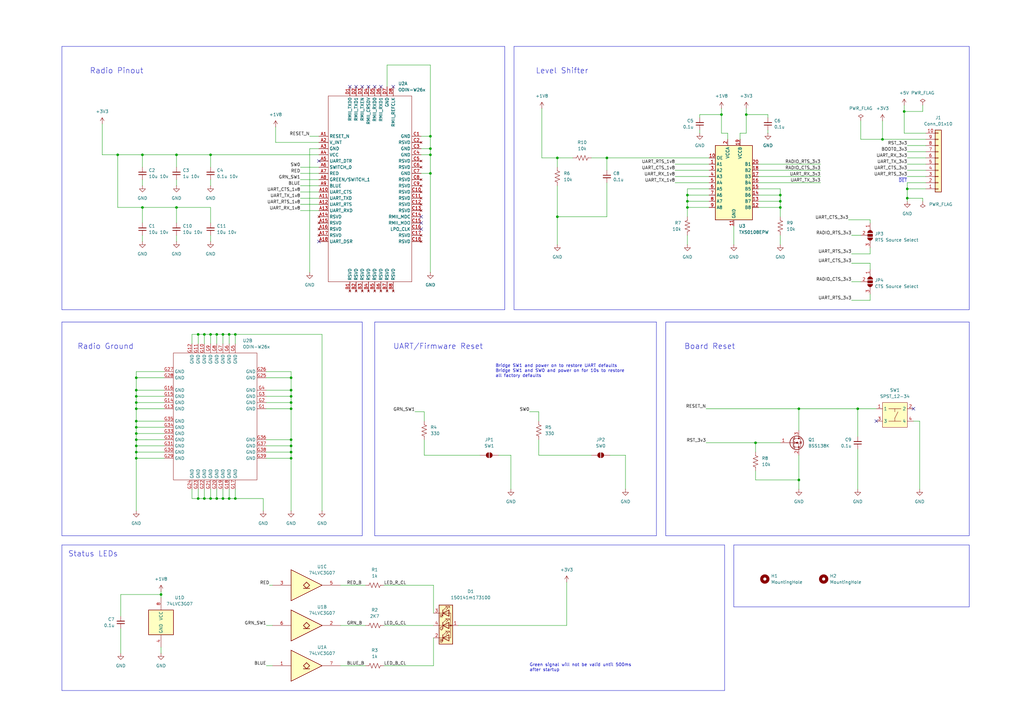
<source format=kicad_sch>
(kicad_sch (version 20231120) (generator "eeschema") (generator_version "8.0")
  (paper "A3")
  (title_block (title "Radio Breakout") (company "The A-Team"))
  (junction (at 55.88 162.56))
  (junction (at 320.04 82.55))
  (junction (at 81.28 137.16))
  (junction (at 72.39 63.5))
  (junction (at 72.39 85.09))
  (junction (at 228.6 88.9))
  (junction (at 309.88 181.61))
  (junction (at 55.88 185.42))
  (junction (at 370.84 45.72))
  (junction (at 281.94 85.09))
  (junction (at 55.88 154.94))
  (junction (at 176.53 63.5))
  (junction (at 86.36 63.5))
  (junction (at 228.6 64.77))
  (junction (at 91.44 137.16))
  (junction (at 83.82 137.16))
  (junction (at 119.38 185.42))
  (junction (at 281.94 80.01))
  (junction (at 248.92 64.77))
  (junction (at 55.88 172.72))
  (junction (at 66.04 243.84))
  (junction (at 55.88 182.88))
  (junction (at 55.88 167.64))
  (junction (at 306.07 46.99))
  (junction (at 55.88 177.8))
  (junction (at 176.53 71.12))
  (junction (at 86.36 137.16))
  (junction (at 58.42 85.09))
  (junction (at 351.79 167.64))
  (junction (at 88.9 204.47))
  (junction (at 320.04 80.01))
  (junction (at 86.36 204.47))
  (junction (at 55.88 160.02))
  (junction (at 119.38 165.1))
  (junction (at 372.11 77.47))
  (junction (at 93.98 137.16))
  (junction (at 320.04 85.09))
  (junction (at 119.38 180.34))
  (junction (at 119.38 154.94))
  (junction (at 119.38 182.88))
  (junction (at 327.66 167.64))
  (junction (at 55.88 175.26))
  (junction (at 88.9 137.16))
  (junction (at 48.26 63.5))
  (junction (at 119.38 162.56))
  (junction (at 372.11 81.28))
  (junction (at 81.28 204.47))
  (junction (at 295.91 46.99))
  (junction (at 327.66 196.85))
  (junction (at 96.52 137.16))
  (junction (at 281.94 82.55))
  (junction (at 176.53 55.88))
  (junction (at 119.38 160.02))
  (junction (at 93.98 204.47))
  (junction (at 176.53 60.96))
  (junction (at 55.88 187.96))
  (junction (at 55.88 165.1))
  (junction (at 361.95 57.15))
  (junction (at 119.38 167.64))
  (junction (at 55.88 180.34))
  (junction (at 96.52 204.47))
  (junction (at 58.42 63.5))
  (junction (at 119.38 187.96))
  (junction (at 83.82 204.47))
  (junction (at 91.44 204.47))
  (no_connect (at 161.29 35.56))
  (no_connect (at 156.21 35.56))
  (no_connect (at 153.67 35.56))
  (no_connect (at 151.13 35.56))
  (no_connect (at 148.59 35.56))
  (no_connect (at 146.05 35.56))
  (no_connect (at 143.51 35.56))
  (no_connect (at 374.65 167.64))
  (no_connect (at 359.41 172.72))
  (no_connect (at 130.81 66.04))
  (no_connect (at 172.72 91.44))
  (no_connect (at 172.72 88.9))
  (no_connect (at 130.81 99.06))
  (no_connect (at 172.72 93.98))
  (wire (pts (xy 58.42 96.52) (xy 58.42 99.06)))
  (wire (pts (xy 209.55 186.69) (xy 209.55 200.66)))
  (polyline (pts (xy 25.4 132.08) (xy 148.59 132.08)))
  (polyline (pts (xy 153.67 132.08) (xy 269.24 132.08)))
  (wire (pts (xy 109.22 154.94) (xy 119.38 154.94)))
  (wire (pts (xy 220.98 168.91) (xy 220.98 172.72)))
  (wire (pts (xy 119.38 152.4) (xy 119.38 154.94)))
  (wire (pts (xy 281.94 82.55) (xy 281.94 85.09)))
  (wire (pts (xy 55.88 162.56) (xy 67.31 162.56)))
  (wire (pts (xy 349.25 107.95) (xy 356.87 107.95)))
  (wire (pts (xy 372.11 72.39) (xy 379.73 72.39)))
  (polyline (pts (xy 397.51 223.52) (xy 300.99 223.52)))
  (wire (pts (xy 157.48 240.03) (xy 177.8 240.03)))
  (wire (pts (xy 220.98 180.34) (xy 220.98 186.69)))
  (wire (pts (xy 372.11 62.23) (xy 379.73 62.23)))
  (wire (pts (xy 281.94 96.52) (xy 281.94 100.33)))
  (wire (pts (xy 327.66 167.64) (xy 351.79 167.64)))
  (wire (pts (xy 320.04 82.55) (xy 320.04 85.09)))
  (polyline (pts (xy 269.24 219.71) (xy 153.67 219.71)))
  (polyline (pts (xy 25.4 223.52) (xy 25.4 283.21)))
  (wire (pts (xy 295.91 44.45) (xy 295.91 46.99)))
  (wire (pts (xy 55.88 165.1) (xy 67.31 165.1)))
  (wire (pts (xy 55.88 152.4) (xy 55.88 154.94)))
  (wire (pts (xy 119.38 165.1) (xy 119.38 167.64)))
  (wire (pts (xy 66.04 242.57) (xy 66.04 243.84)))
  (wire (pts (xy 109.22 162.56) (xy 119.38 162.56)))
  (wire (pts (xy 91.44 200.66) (xy 91.44 204.47)))
  (wire (pts (xy 55.88 185.42) (xy 55.88 187.96)))
  (wire (pts (xy 158.75 26.67) (xy 158.75 35.56)))
  (wire (pts (xy 311.15 77.47) (xy 320.04 77.47)))
  (wire (pts (xy 276.86 67.31) (xy 290.83 67.31)))
  (wire (pts (xy 123.19 76.2) (xy 130.81 76.2)))
  (wire (pts (xy 123.19 73.66) (xy 130.81 73.66)))
  (wire (pts (xy 242.57 64.77) (xy 248.92 64.77)))
  (wire (pts (xy 378.46 45.72) (xy 370.84 45.72)))
  (wire (pts (xy 86.36 137.16) (xy 88.9 137.16)))
  (wire (pts (xy 228.6 76.2) (xy 228.6 88.9)))
  (wire (pts (xy 248.92 74.93) (xy 248.92 88.9)))
  (wire (pts (xy 93.98 204.47) (xy 96.52 204.47)))
  (wire (pts (xy 127 60.96) (xy 130.81 60.96)))
  (wire (pts (xy 157.48 256.54) (xy 177.8 256.54)))
  (wire (pts (xy 220.98 186.69) (xy 242.57 186.69)))
  (wire (pts (xy 139.7 240.03) (xy 149.86 240.03)))
  (wire (pts (xy 81.28 200.66) (xy 81.28 204.47)))
  (polyline (pts (xy 25.4 283.21) (xy 297.18 283.21)))
  (wire (pts (xy 119.38 167.64) (xy 119.38 180.34)))
  (wire (pts (xy 88.9 200.66) (xy 88.9 204.47)))
  (wire (pts (xy 55.88 154.94) (xy 67.31 154.94)))
  (wire (pts (xy 55.88 187.96) (xy 55.88 209.55)))
  (wire (pts (xy 96.52 204.47) (xy 107.95 204.47)))
  (wire (pts (xy 311.15 69.85) (xy 336.55 69.85)))
  (wire (pts (xy 49.53 243.84) (xy 66.04 243.84)))
  (wire (pts (xy 123.19 86.36) (xy 130.81 86.36)))
  (wire (pts (xy 276.86 74.93) (xy 290.83 74.93)))
  (wire (pts (xy 314.96 48.26) (xy 314.96 46.99)))
  (wire (pts (xy 55.88 187.96) (xy 67.31 187.96)))
  (wire (pts (xy 298.45 57.15) (xy 298.45 54.61)))
  (wire (pts (xy 353.06 49.53) (xy 353.06 57.15)))
  (wire (pts (xy 93.98 200.66) (xy 93.98 204.47)))
  (wire (pts (xy 372.11 81.28) (xy 372.11 82.55)))
  (wire (pts (xy 176.53 63.5) (xy 176.53 71.12)))
  (wire (pts (xy 58.42 68.58) (xy 58.42 63.5)))
  (wire (pts (xy 172.72 55.88) (xy 176.53 55.88)))
  (wire (pts (xy 309.88 181.61) (xy 309.88 185.42)))
  (polyline (pts (xy 207.01 127) (xy 25.4 127)))
  (wire (pts (xy 55.88 167.64) (xy 55.88 172.72)))
  (wire (pts (xy 290.83 77.47) (xy 281.94 77.47)))
  (wire (pts (xy 139.7 273.05) (xy 149.86 273.05)))
  (wire (pts (xy 347.98 90.17) (xy 356.87 90.17)))
  (polyline (pts (xy 297.18 223.52) (xy 25.4 223.52)))
  (wire (pts (xy 172.72 60.96) (xy 176.53 60.96)))
  (wire (pts (xy 170.18 168.91) (xy 173.99 168.91)))
  (wire (pts (xy 86.36 204.47) (xy 88.9 204.47)))
  (wire (pts (xy 372.11 59.69) (xy 379.73 59.69)))
  (wire (pts (xy 48.26 85.09) (xy 48.26 63.5)))
  (wire (pts (xy 58.42 85.09) (xy 48.26 85.09)))
  (wire (pts (xy 377.19 172.72) (xy 377.19 200.66)))
  (wire (pts (xy 110.49 240.03) (xy 111.76 240.03)))
  (wire (pts (xy 123.19 81.28) (xy 130.81 81.28)))
  (wire (pts (xy 314.96 53.34) (xy 314.96 54.61)))
  (wire (pts (xy 130.81 63.5) (xy 86.36 63.5)))
  (wire (pts (xy 228.6 64.77) (xy 234.95 64.77)))
  (wire (pts (xy 320.04 181.61) (xy 309.88 181.61)))
  (wire (pts (xy 119.38 185.42) (xy 119.38 187.96)))
  (polyline (pts (xy 269.24 132.08) (xy 269.24 219.71)))
  (wire (pts (xy 127 55.88) (xy 130.81 55.88)))
  (wire (pts (xy 281.94 80.01) (xy 281.94 82.55)))
  (wire (pts (xy 91.44 204.47) (xy 93.98 204.47)))
  (wire (pts (xy 109.22 273.05) (xy 111.76 273.05)))
  (wire (pts (xy 127 60.96) (xy 127 111.76)))
  (wire (pts (xy 132.08 137.16) (xy 132.08 209.55)))
  (wire (pts (xy 88.9 137.16) (xy 88.9 140.97)))
  (polyline (pts (xy 207.01 19.05) (xy 207.01 127)))
  (wire (pts (xy 281.94 85.09) (xy 281.94 88.9)))
  (wire (pts (xy 250.19 186.69) (xy 256.54 186.69)))
  (wire (pts (xy 372.11 74.93) (xy 372.11 77.47)))
  (wire (pts (xy 55.88 172.72) (xy 55.88 175.26)))
  (wire (pts (xy 232.41 238.76) (xy 232.41 256.54)))
  (wire (pts (xy 327.66 186.69) (xy 327.66 196.85)))
  (wire (pts (xy 55.88 167.64) (xy 67.31 167.64)))
  (wire (pts (xy 86.36 63.5) (xy 72.39 63.5)))
  (wire (pts (xy 93.98 137.16) (xy 96.52 137.16)))
  (wire (pts (xy 228.6 64.77) (xy 222.25 64.77)))
  (wire (pts (xy 372.11 69.85) (xy 379.73 69.85)))
  (polyline (pts (xy 25.4 219.71) (xy 25.4 132.08)))
  (polyline (pts (xy 297.18 223.52) (xy 297.18 283.21)))
  (wire (pts (xy 248.92 64.77) (xy 290.83 64.77)))
  (wire (pts (xy 96.52 137.16) (xy 132.08 137.16)))
  (polyline (pts (xy 210.82 19.05) (xy 210.82 127)))
  (wire (pts (xy 48.26 63.5) (xy 58.42 63.5)))
  (wire (pts (xy 176.53 26.67) (xy 158.75 26.67)))
  (wire (pts (xy 58.42 73.66) (xy 58.42 76.2)))
  (wire (pts (xy 55.88 180.34) (xy 67.31 180.34)))
  (wire (pts (xy 295.91 46.99) (xy 295.91 54.61)))
  (wire (pts (xy 78.74 140.97) (xy 78.74 137.16)))
  (wire (pts (xy 119.38 162.56) (xy 119.38 165.1)))
  (wire (pts (xy 81.28 137.16) (xy 81.28 140.97)))
  (wire (pts (xy 295.91 46.99) (xy 287.02 46.99)))
  (wire (pts (xy 83.82 137.16) (xy 83.82 140.97)))
  (wire (pts (xy 379.73 54.61) (xy 370.84 54.61)))
  (wire (pts (xy 91.44 137.16) (xy 91.44 140.97)))
  (wire (pts (xy 41.91 63.5) (xy 48.26 63.5)))
  (polyline (pts (xy 210.82 127) (xy 397.51 127)))
  (wire (pts (xy 176.53 71.12) (xy 176.53 111.76)))
  (wire (pts (xy 86.36 73.66) (xy 86.36 76.2)))
  (wire (pts (xy 228.6 88.9) (xy 228.6 100.33)))
  (wire (pts (xy 66.04 243.84) (xy 66.04 245.11)))
  (wire (pts (xy 287.02 53.34) (xy 287.02 54.61)))
  (wire (pts (xy 289.56 167.64) (xy 327.66 167.64)))
  (polyline (pts (xy 273.05 219.71) (xy 397.51 219.71)))
  (wire (pts (xy 72.39 68.58) (xy 72.39 63.5)))
  (wire (pts (xy 356.87 123.19) (xy 356.87 120.65)))
  (wire (pts (xy 86.36 137.16) (xy 86.36 140.97)))
  (wire (pts (xy 96.52 137.16) (xy 96.52 140.97)))
  (wire (pts (xy 81.28 204.47) (xy 83.82 204.47)))
  (wire (pts (xy 86.36 200.66) (xy 86.36 204.47)))
  (wire (pts (xy 173.99 186.69) (xy 173.99 180.34)))
  (polyline (pts (xy 148.59 219.71) (xy 25.4 219.71)))
  (wire (pts (xy 356.87 104.14) (xy 356.87 101.6)))
  (wire (pts (xy 370.84 54.61) (xy 370.84 45.72)))
  (wire (pts (xy 287.02 48.26) (xy 287.02 46.99)))
  (polyline (pts (xy 25.4 19.05) (xy 207.01 19.05)))
  (wire (pts (xy 378.46 81.28) (xy 372.11 81.28)))
  (wire (pts (xy 187.96 256.54) (xy 232.41 256.54)))
  (wire (pts (xy 86.36 96.52) (xy 86.36 99.06)))
  (wire (pts (xy 311.15 72.39) (xy 336.55 72.39)))
  (wire (pts (xy 173.99 168.91) (xy 173.99 172.72)))
  (wire (pts (xy 55.88 162.56) (xy 55.88 165.1)))
  (wire (pts (xy 109.22 180.34) (xy 119.38 180.34)))
  (wire (pts (xy 72.39 96.52) (xy 72.39 99.06)))
  (wire (pts (xy 351.79 167.64) (xy 351.79 179.07)))
  (wire (pts (xy 379.73 74.93) (xy 372.11 74.93)))
  (wire (pts (xy 55.88 180.34) (xy 55.88 182.88)))
  (polyline (pts (xy 25.4 127) (xy 25.4 19.05)))
  (wire (pts (xy 379.73 77.47) (xy 372.11 77.47)))
  (wire (pts (xy 372.11 77.47) (xy 372.11 81.28)))
  (wire (pts (xy 311.15 82.55) (xy 320.04 82.55)))
  (polyline (pts (xy 397.51 219.71) (xy 397.51 132.08)))
  (wire (pts (xy 72.39 63.5) (xy 58.42 63.5)))
  (wire (pts (xy 248.92 64.77) (xy 248.92 69.85)))
  (wire (pts (xy 176.53 55.88) (xy 176.53 26.67)))
  (polyline (pts (xy 148.59 132.08) (xy 148.59 219.71)))
  (wire (pts (xy 222.25 44.45) (xy 222.25 64.77)))
  (wire (pts (xy 91.44 137.16) (xy 93.98 137.16)))
  (wire (pts (xy 78.74 137.16) (xy 81.28 137.16)))
  (wire (pts (xy 349.25 104.14) (xy 356.87 104.14)))
  (wire (pts (xy 49.53 257.81) (xy 49.53 267.97)))
  (wire (pts (xy 72.39 85.09) (xy 86.36 85.09)))
  (wire (pts (xy 370.84 45.72) (xy 370.84 43.18)))
  (wire (pts (xy 58.42 85.09) (xy 72.39 85.09)))
  (wire (pts (xy 374.65 172.72) (xy 377.19 172.72)))
  (wire (pts (xy 177.8 240.03) (xy 177.8 251.46)))
  (wire (pts (xy 109.22 160.02) (xy 119.38 160.02)))
  (wire (pts (xy 378.46 82.55) (xy 378.46 81.28)))
  (wire (pts (xy 372.11 67.31) (xy 379.73 67.31)))
  (wire (pts (xy 55.88 185.42) (xy 67.31 185.42)))
  (wire (pts (xy 298.45 54.61) (xy 295.91 54.61)))
  (wire (pts (xy 130.81 58.42) (xy 113.03 58.42)))
  (wire (pts (xy 93.98 137.16) (xy 93.98 140.97)))
  (wire (pts (xy 276.86 69.85) (xy 290.83 69.85)))
  (wire (pts (xy 55.88 154.94) (xy 55.88 160.02)))
  (wire (pts (xy 306.07 46.99) (xy 306.07 54.61)))
  (wire (pts (xy 123.19 71.12) (xy 130.81 71.12)))
  (wire (pts (xy 177.8 273.05) (xy 177.8 261.62)))
  (wire (pts (xy 88.9 137.16) (xy 91.44 137.16)))
  (wire (pts (xy 217.17 168.91) (xy 220.98 168.91)))
  (wire (pts (xy 327.66 196.85) (xy 327.66 200.66)))
  (wire (pts (xy 290.83 80.01) (xy 281.94 80.01)))
  (wire (pts (xy 349.25 96.52) (xy 353.06 96.52)))
  (wire (pts (xy 309.88 196.85) (xy 327.66 196.85)))
  (wire (pts (xy 311.15 85.09) (xy 320.04 85.09)))
  (wire (pts (xy 55.88 182.88) (xy 55.88 185.42)))
  (wire (pts (xy 109.22 182.88) (xy 119.38 182.88)))
  (polyline (pts (xy 397.51 127) (xy 397.51 19.05)))
  (wire (pts (xy 109.22 185.42) (xy 119.38 185.42)))
  (wire (pts (xy 361.95 49.53) (xy 361.95 57.15)))
  (wire (pts (xy 320.04 77.47) (xy 320.04 80.01)))
  (wire (pts (xy 303.53 54.61) (xy 306.07 54.61)))
  (wire (pts (xy 378.46 43.18) (xy 378.46 45.72)))
  (wire (pts (xy 311.15 80.01) (xy 320.04 80.01)))
  (polyline (pts (xy 397.51 248.92) (xy 397.51 223.52)))
  (wire (pts (xy 109.22 167.64) (xy 119.38 167.64)))
  (wire (pts (xy 320.04 96.52) (xy 320.04 100.33)))
  (wire (pts (xy 49.53 243.84) (xy 49.53 252.73)))
  (wire (pts (xy 309.88 193.04) (xy 309.88 196.85)))
  (wire (pts (xy 109.22 256.54) (xy 111.76 256.54)))
  (wire (pts (xy 55.88 175.26) (xy 55.88 177.8)))
  (polyline (pts (xy 300.99 248.92) (xy 397.51 248.92)))
  (wire (pts (xy 119.38 182.88) (xy 119.38 185.42)))
  (wire (pts (xy 311.15 74.93) (xy 336.55 74.93)))
  (wire (pts (xy 96.52 200.66) (xy 96.52 204.47)))
  (wire (pts (xy 353.06 57.15) (xy 361.95 57.15)))
  (wire (pts (xy 139.7 256.54) (xy 149.86 256.54)))
  (wire (pts (xy 55.88 177.8) (xy 55.88 180.34)))
  (polyline (pts (xy 273.05 132.08) (xy 273.05 219.71)))
  (wire (pts (xy 172.72 71.12) (xy 176.53 71.12)))
  (wire (pts (xy 361.95 57.15) (xy 379.73 57.15)))
  (wire (pts (xy 349.25 115.57) (xy 353.06 115.57)))
  (wire (pts (xy 306.07 44.45) (xy 306.07 46.99)))
  (wire (pts (xy 55.88 160.02) (xy 67.31 160.02)))
  (wire (pts (xy 86.36 91.44) (xy 86.36 85.09)))
  (wire (pts (xy 372.11 64.77) (xy 379.73 64.77)))
  (wire (pts (xy 204.47 186.69) (xy 209.55 186.69)))
  (polyline (pts (xy 273.05 132.08) (xy 397.51 132.08)))
  (wire (pts (xy 119.38 160.02) (xy 119.38 162.56)))
  (wire (pts (xy 55.88 177.8) (xy 67.31 177.8)))
  (wire (pts (xy 228.6 64.77) (xy 228.6 68.58)))
  (wire (pts (xy 123.19 68.58) (xy 130.81 68.58)))
  (wire (pts (xy 276.86 72.39) (xy 290.83 72.39)))
  (wire (pts (xy 72.39 91.44) (xy 72.39 85.09)))
  (wire (pts (xy 113.03 58.42) (xy 113.03 52.07)))
  (wire (pts (xy 55.88 152.4) (xy 67.31 152.4)))
  (wire (pts (xy 290.83 82.55) (xy 281.94 82.55)))
  (wire (pts (xy 157.48 273.05) (xy 177.8 273.05)))
  (wire (pts (xy 41.91 50.8) (xy 41.91 63.5)))
  (wire (pts (xy 256.54 186.69) (xy 256.54 200.66)))
  (wire (pts (xy 356.87 107.95) (xy 356.87 110.49)))
  (wire (pts (xy 55.88 182.88) (xy 67.31 182.88)))
  (wire (pts (xy 55.88 165.1) (xy 55.88 167.64)))
  (wire (pts (xy 119.38 154.94) (xy 119.38 160.02)))
  (wire (pts (xy 351.79 167.64) (xy 359.41 167.64)))
  (wire (pts (xy 83.82 137.16) (xy 86.36 137.16)))
  (wire (pts (xy 107.95 204.47) (xy 107.95 209.55)))
  (wire (pts (xy 327.66 176.53) (xy 327.66 167.64)))
  (wire (pts (xy 248.92 88.9) (xy 228.6 88.9)))
  (wire (pts (xy 172.72 63.5) (xy 176.53 63.5)))
  (wire (pts (xy 55.88 175.26) (xy 67.31 175.26)))
  (wire (pts (xy 123.19 83.82) (xy 130.81 83.82)))
  (wire (pts (xy 81.28 137.16) (xy 83.82 137.16)))
  (wire (pts (xy 83.82 204.47) (xy 86.36 204.47)))
  (wire (pts (xy 351.79 184.15) (xy 351.79 200.66)))
  (wire (pts (xy 309.88 181.61) (xy 289.56 181.61)))
  (wire (pts (xy 320.04 85.09) (xy 320.04 88.9)))
  (wire (pts (xy 86.36 68.58) (xy 86.36 63.5)))
  (wire (pts (xy 356.87 90.17) (xy 356.87 91.44)))
  (wire (pts (xy 290.83 85.09) (xy 281.94 85.09)))
  (wire (pts (xy 119.38 187.96) (xy 119.38 209.55)))
  (wire (pts (xy 281.94 77.47) (xy 281.94 80.01)))
  (wire (pts (xy 311.15 67.31) (xy 336.55 67.31)))
  (wire (pts (xy 58.42 91.44) (xy 58.42 85.09)))
  (wire (pts (xy 119.38 180.34) (xy 119.38 182.88)))
  (wire (pts (xy 109.22 165.1) (xy 119.38 165.1)))
  (wire (pts (xy 66.04 265.43) (xy 66.04 267.97)))
  (wire (pts (xy 306.07 46.99) (xy 314.96 46.99)))
  (wire (pts (xy 176.53 60.96) (xy 176.53 63.5)))
  (wire (pts (xy 123.19 78.74) (xy 130.81 78.74)))
  (wire (pts (xy 78.74 200.66) (xy 78.74 204.47)))
  (wire (pts (xy 55.88 172.72) (xy 67.31 172.72)))
  (polyline (pts (xy 153.67 132.08) (xy 153.67 219.71)))
  (wire (pts (xy 176.53 55.88) (xy 176.53 60.96)))
  (wire (pts (xy 303.53 54.61) (xy 303.53 57.15)))
  (wire (pts (xy 109.22 152.4) (xy 119.38 152.4)))
  (wire (pts (xy 173.99 186.69) (xy 196.85 186.69)))
  (wire (pts (xy 349.25 123.19) (xy 356.87 123.19)))
  (wire (pts (xy 72.39 73.66) (xy 72.39 76.2)))
  (wire (pts (xy 88.9 204.47) (xy 91.44 204.47)))
  (polyline (pts (xy 210.82 19.05) (xy 397.51 19.05)))
  (wire (pts (xy 55.88 160.02) (xy 55.88 162.56)))
  (wire (pts (xy 83.82 200.66) (xy 83.82 204.47)))
  (wire (pts (xy 320.04 80.01) (xy 320.04 82.55)))
  (wire (pts (xy 109.22 187.96) (xy 119.38 187.96)))
  (wire (pts (xy 78.74 204.47) (xy 81.28 204.47)))
  (wire (pts (xy 300.99 92.71) (xy 300.99 100.33)))
  (polyline (pts (xy 300.99 223.52) (xy 300.99 248.92)))
  (text "Radio Ground\n" (at 31.75 143.51 0) (effects (font (size 2.25 2.25)) (justify left bottom)))
  (text "~{DET}" (at 372.11 74.93 0) (effects (font (size 1.27 1.27)) (justify right bottom)))
  (text "Radio Pinout\n" (at 36.83 30.48 0) (effects (font (size 2.25 2.25)) (justify left bottom)))
  (text "Green signal will not be valid until 500ms\nafter startup" (at 217.17 275.59 0) (effects (font (size 1.27 1.27)) (justify left bottom)))
  (text "Level Shifter" (at 219.71 30.48 0) (effects (font (size 2.25 2.25)) (justify left bottom)))
  (text "Board Reset" (at 280.67 143.51 0) (effects (font (size 2.25 2.25)) (justify left bottom)))
  (text "Status LEDs" (at 27.94 228.6 0) (effects (font (size 2.25 2.25)) (justify left bottom)))
  (text "UART/Firmware Reset" (at 161.29 143.51 0) (effects (font (size 2.25 2.25)) (justify left bottom)))
  (text "Bridge SW1 and power on to restore UART defaults\nBridge SW1 and SW0 and power on for 10s to restore \nall factory defaults" (at 203.2 154.94 0) (effects (font (size 1.27 1.27)) (justify left bottom)))
  (label "GRN_SW1" (at 170.18 168.91 180))
  (label "LED_B_CL" (at 157.48 273.05 0))
  (label "SW0" (at 123.19 68.58 180))
  (label "BLUE_B" (at 142.24 273.05 0))
  (label "RST_3v3" (at 372.11 59.69 180))
  (label "UART_RX_3v3" (at 336.55 72.39 180))
  (label "UART_TX_1v8" (at 276.86 74.93 180))
  (label "RESET_N" (at 127 55.88 180))
  (label "RADIO_RTS_3v3" (at 349.25 96.52 180))
  (label "UART_RTS_3v3" (at 372.11 72.39 180))
  (label "RADIO_CTS_3v3" (at 336.55 69.85 180))
  (label "UART_CTS_1v8" (at 123.19 78.74 180))
  (label "UART_CTS_3v3" (at 347.98 90.17 180))
  (label "RED" (at 123.19 71.12 180))
  (label "RADIO_RTS_3v3" (at 336.55 67.31 180))
  (label "RADIO_CTS_3v3" (at 349.25 115.57 180))
  (label "UART_CTS_3v3" (at 372.11 69.85 180))
  (label "BOOT0_3v3" (at 372.11 62.23 180))
  (label "UART_RX_3v3" (at 372.11 64.77 180))
  (label "BLUE" (at 109.22 273.05 180))
  (label "UART_TX_3v3" (at 372.11 67.31 180))
  (label "RED" (at 110.49 240.03 180))
  (label "UART_RTS_1v8" (at 123.19 83.82 180))
  (label "RED_B" (at 142.24 240.03 0))
  (label "GRN_SW1" (at 123.19 73.66 180))
  (label "UART_TX_3v3" (at 336.55 74.93 180))
  (label "LED_R_CL" (at 157.48 240.03 0))
  (label "UART_RX_1v8" (at 276.86 72.39 180))
  (label "UART_RTS_3v3" (at 349.25 104.14 180))
  (label "UART_TX_1v8" (at 123.19 81.28 180))
  (label "GRN_SW1" (at 109.22 256.54 180))
  (label "RST_3v3" (at 289.56 181.61 180))
  (label "UART_CTS_1v8" (at 276.86 69.85 180))
  (label "UART_RTS_1v8" (at 276.86 67.31 180))
  (label "UART_RTS_3v3" (at 349.25 123.19 180))
  (label "LED_G_CL" (at 157.48 256.54 0))
  (label "BLUE" (at 123.19 76.2 180))
  (label "RESET_N" (at 289.56 167.64 180))
  (label "SW0" (at 217.17 168.91 180))
  (label "UART_CTS_3v3" (at 349.25 107.95 180))
  (label "UART_RX_1v8" (at 123.19 86.36 180))
  (label "GRN_B" (at 142.24 256.54 0))
  (symbol (lib_id "Device:C_Small") (at 248.92 72.39 0) (mirror y) (unit 1)
    (property "Reference" "C8" (at 251.46 71.1262 0) (effects (justify right)))
    (property "Value" "0.1u" (at 251.46 73.6662 0) (effects (justify right)))
    (property "Footprint" "Capacitor_SMD:C_0603_1608Metric" (effects (hide yes)))
    (property "Description" "Unpolarized capacitor, small symbol" (effects (hide yes)))
  )
  (symbol (lib_id "Jumper:SolderJumper_2_Open") (at 200.66 186.69 0) (unit 1)
    (property "Reference" "JP1" (at 200.66 180.34 0))
    (property "Value" "SW1" (at 200.66 182.88 0))
    (property "Footprint" "AT-BoardFeatures:SolderJumper-2_2.0x1.2mm_Open" (effects (hide yes)))
    (property "Description" "Solder Jumper, 2-pole, open" (effects (hide yes)))
  )
  (symbol (lib_id "power:GND") (at 281.94 100.33 0) (mirror y) (unit 1)
    (property "Reference" "#PWR0131" (effects (hide yes)))
    (property "Value" "GND" (at 281.94 105.41 0))
    (property "Description" "Power symbol creates a global label with name \"GND\" , ground" (effects (hide yes)))
  )
  (symbol (lib_id "Device:Q_NMOS_GSD") (at 325.12 181.61 0) (unit 1)
    (property "Reference" "Q1" (at 331.47 180.3399 0) (effects (justify left)))
    (property "Value" "BSS138K" (at 331.47 182.8799 0) (effects (justify left)))
    (property "Footprint" "Package_TO_SOT_SMD:SOT-23" (effects (hide yes)))
    (property "Description" "N-MOSFET transistor, gate/source/drain" (effects (hide yes)))
  )
  (symbol (lib_id "74xGxx:74LVC3G07") (at 127 240.03 0) (unit 3)
    (property "Reference" "U1" (at 132.08 232.41 0))
    (property "Value" "74LVC3G07" (at 132.08 234.95 0))
    (property "Footprint" "Package_SO:VSSOP-8_2.3x2mm_P0.5mm" (effects (hide yes)))
    (property "Datasheet" "http://www.ti.com/lit/sg/scyt129e/scyt129e.pdf" (effects (hide yes)))
    (property "Description" "Triple Buffer, Open Drain, Low-Voltage CMOS" (effects (hide yes)))
  )
  (symbol (lib_id "power:PWR_FLAG") (at 378.46 43.18 0) (unit 1)
    (property "Reference" "#FLG0101" (effects (hide yes)))
    (property "Value" "PWR_FLAG" (at 378.46 38.1 0))
    (property "Description" "Special symbol for telling ERC where power comes from" (effects (hide yes)))
  )
  (symbol (lib_id "Device:LED_ABRG") (at 182.88 256.54 0) (unit 1)
    (property "Reference" "D1" (at 193.04 242.57 0))
    (property "Value" "150141m173100" (at 193.04 245.11 0))
    (property "Footprint" "LED_SMD:LED_RGB_Wuerth-PLCC4_3.2x2.8mm_150141M173100" (effects (hide yes)))
    (property "Description" "RGB LED, anode/blue/red/green" (effects (hide yes)))
  )
  (symbol (lib_id "Device:C_Small") (at 314.96 50.8 180) (unit 1)
    (property "Reference" "C6" (at 317.5 49.5235 0) (effects (justify right)))
    (property "Value" "0.1u" (at 317.5 52.0635 0) (effects (justify right)))
    (property "Footprint" "Capacitor_SMD:C_0603_1608Metric" (effects (hide yes)))
    (property "Description" "Unpolarized capacitor, small symbol" (effects (hide yes)))
  )
  (symbol (lib_id "Device:R_US") (at 153.67 240.03 90) (unit 1)
    (property "Reference" "R1" (at 153.67 233.68 90))
    (property "Value" "1k" (at 153.67 236.22 90))
    (property "Footprint" "Resistor_SMD:R_0603_1608Metric" (effects (hide yes)))
    (property "Description" "Resistor, US symbol" (effects (hide yes)))
  )
  (symbol (lib_id "AT-Modules:ODIN-W26x") (at 152.4 77.47 0) (unit 1)
    (property "Reference" "U2" (at 163.3094 34.29 0) (effects (justify left)))
    (property "Value" "ODIN-W26x" (at 163.3094 36.83 0) (effects (justify left)))
    (property "Footprint" "AT-Modules:ODIN_W2" (effects (hide yes)))
  )
  (symbol (lib_id "Mechanical:MountingHole") (at 337.82 237.49 0) (unit 1)
    (property "Reference" "H2" (at 340.36 236.2199 0) (effects (justify left)))
    (property "Value" "MountingHole" (at 340.36 238.7599 0) (effects (justify left)))
    (property "Footprint" "MountingHole:MountingHole_3.2mm_M3" (effects (hide yes)))
    (property "Description" "Mounting Hole without connection" (effects (hide yes)))
  )
  (symbol (lib_id "power:+1V8") (at 66.04 242.57 0) (unit 1)
    (property "Reference" "#PWR0124" (effects (hide yes)))
    (property "Value" "+1V8" (at 66.04 237.49 0))
    (property "Description" "Power symbol creates a global label with name \"+1V8\"" (effects (hide yes)))
  )
  (symbol (lib_id "Device:R_US") (at 320.04 92.71 180) (unit 1)
    (property "Reference" "R9" (at 322.58 91.4399 0) (effects (justify right)))
    (property "Value" "10k" (at 322.58 93.9799 0) (effects (justify right)))
    (property "Footprint" "Resistor_SMD:R_0603_1608Metric" (effects (hide yes)))
    (property "Description" "Resistor, US symbol" (effects (hide yes)))
  )
  (symbol (lib_id "Device:R_US") (at 228.6 72.39 180) (unit 1)
    (property "Reference" "R6" (at 231.14 71.1199 0) (effects (justify right)))
    (property "Value" "10k" (at 231.14 73.6599 0) (effects (justify right)))
    (property "Footprint" "Resistor_SMD:R_0603_1608Metric" (effects (hide yes)))
    (property "Description" "Resistor, US symbol" (effects (hide yes)))
  )
  (symbol (lib_id "Device:C_Small") (at 351.79 181.61 0) (mirror x) (unit 1)
    (property "Reference" "C9" (at 349.25 180.3335 0) (effects (justify right)))
    (property "Value" "0.1u" (at 349.25 182.8735 0) (effects (justify right)))
    (property "Footprint" "Capacitor_SMD:C_0603_1608Metric" (effects (hide yes)))
    (property "Description" "Unpolarized capacitor, small symbol" (effects (hide yes)))
  )
  (symbol (lib_id "Device:C_Small") (at 287.02 50.8 0) (mirror x) (unit 1)
    (property "Reference" "C5" (at 284.48 49.5235 0) (effects (justify right)))
    (property "Value" "0.1u" (at 284.48 52.0635 0) (effects (justify right)))
    (property "Footprint" "Capacitor_SMD:C_0603_1608Metric" (effects (hide yes)))
    (property "Description" "Unpolarized capacitor, small symbol" (effects (hide yes)))
  )
  (symbol (lib_id "power:GND") (at 58.42 76.2 0) (unit 1)
    (property "Reference" "#PWR0108" (effects (hide yes)))
    (property "Value" "GND" (at 58.42 81.28 0))
    (property "Description" "Power symbol creates a global label with name \"GND\" , ground" (effects (hide yes)))
  )
  (symbol (lib_id "power:GND") (at 58.42 99.06 0) (unit 1)
    (property "Reference" "#PWR07" (effects (hide yes)))
    (property "Value" "GND" (at 58.42 104.14 0))
    (property "Description" "Power symbol creates a global label with name \"GND\" , ground" (effects (hide yes)))
  )
  (symbol (lib_id "Device:R_US") (at 153.67 273.05 90) (unit 1)
    (property "Reference" "R3" (at 153.67 266.7 90))
    (property "Value" "1k" (at 153.67 269.24 90))
    (property "Footprint" "Resistor_SMD:R_0603_1608Metric" (effects (hide yes)))
    (property "Description" "Resistor, US symbol" (effects (hide yes)))
  )
  (symbol (lib_id "power:GND") (at 314.96 54.61 0) (unit 1)
    (property "Reference" "#PWR0102" (effects (hide yes)))
    (property "Value" "GND" (at 314.96 59.69 0))
    (property "Description" "Power symbol creates a global label with name \"GND\" , ground" (effects (hide yes)))
  )
  (symbol (lib_id "power:+1V8") (at 222.25 44.45 0) (unit 1)
    (property "Reference" "#PWR0130" (effects (hide yes)))
    (property "Value" "+1V8" (at 222.25 39.37 0))
    (property "Description" "Power symbol creates a global label with name \"+1V8\"" (effects (hide yes)))
  )
  (symbol (lib_id "Device:C_Small") (at 58.42 93.98 180) (unit 1)
    (property "Reference" "C1" (at 60.96 92.7035 0) (effects (justify right)))
    (property "Value" "10u 10v" (at 60.96 95.2435 0) (effects (justify right)))
    (property "Footprint" "Capacitor_SMD:C_0603_1608Metric" (effects (hide yes)))
    (property "Description" "Unpolarized capacitor, small symbol" (effects (hide yes)))
  )
  (symbol (lib_id "74xGxx:74LVC3G07") (at 127 273.05 0) (unit 1)
    (property "Reference" "U1" (at 132.08 265.43 0))
    (property "Value" "74LVC3G07" (at 132.08 267.97 0))
    (property "Footprint" "Package_SO:VSSOP-8_2.3x2mm_P0.5mm" (effects (hide yes)))
    (property "Datasheet" "http://www.ti.com/lit/sg/scyt129e/scyt129e.pdf" (effects (hide yes)))
    (property "Description" "Triple Buffer, Open Drain, Low-Voltage CMOS" (effects (hide yes)))
  )
  (symbol (lib_id "power:GND") (at 287.02 54.61 0) (mirror y) (unit 1)
    (property "Reference" "#PWR0129" (effects (hide yes)))
    (property "Value" "GND" (at 287.02 59.69 0))
    (property "Description" "Power symbol creates a global label with name \"GND\" , ground" (effects (hide yes)))
  )
  (symbol (lib_id "Connector_Generic:Conn_01x10") (at 384.81 67.31 0) (mirror x) (unit 1)
    (property "Reference" "J1" (at 384.81 48.26 0))
    (property "Value" "Conn_01x10" (at 384.81 50.8 0))
    (property "Footprint" "Connector_JST:JST_SH_SM10B-SRSS-TB_1x10-1MP_P1.00mm_Horizontal" (effects (hide yes)))
    (property "Description" "Generic connector, single row, 01x10, script generated (kicad-library-utils/schlib/autogen/connector/)" (effects (hide yes)))
  )
  (symbol (lib_id "power:GND") (at 320.04 100.33 0) (unit 1)
    (property "Reference" "#PWR0101" (effects (hide yes)))
    (property "Value" "GND" (at 320.04 105.41 0))
    (property "Description" "Power symbol creates a global label with name \"GND\" , ground" (effects (hide yes)))
  )
  (symbol (lib_id "74xGxx:74LVC3G07") (at 127 256.54 0) (unit 2)
    (property "Reference" "U1" (at 132.08 248.92 0))
    (property "Value" "74LVC3G07" (at 132.08 251.46 0))
    (property "Footprint" "Package_SO:VSSOP-8_2.3x2mm_P0.5mm" (effects (hide yes)))
    (property "Datasheet" "http://www.ti.com/lit/sg/scyt129e/scyt129e.pdf" (effects (hide yes)))
    (property "Description" "Triple Buffer, Open Drain, Low-Voltage CMOS" (effects (hide yes)))
  )
  (symbol (lib_id "AT-Modules:ODIN-W26x") (at 87.63 171.45 180) (unit 2)
    (property "Reference" "U2" (at 99.5365 139.7 0) (effects (justify right)))
    (property "Value" "ODIN-W26x" (at 99.5365 142.24 0) (effects (justify right)))
    (property "Footprint" "AT-Modules:ODIN_W2" (effects (hide yes)))
  )
  (symbol (lib_id "Device:R_US") (at 238.76 64.77 270) (unit 1)
    (property "Reference" "R10" (at 238.76 58.42 90))
    (property "Value" "10k" (at 238.76 60.96 90))
    (property "Footprint" "Resistor_SMD:R_0603_1608Metric" (effects (hide yes)))
    (property "Description" "Resistor, US symbol" (effects (hide yes)))
  )
  (symbol (lib_id "Jumper:SolderJumper_3_Open") (at 356.87 96.52 270) (unit 1)
    (property "Reference" "JP3" (at 358.775 95.885 90) (effects (justify left)))
    (property "Value" "RTS Source Select" (at 358.775 98.425 90) (effects (justify left)))
    (property "Footprint" "Jumper:SolderJumper-3_P1.3mm_Open_RoundedPad1.0x1.5mm" (effects (hide yes)))
    (property "Description" "Solder Jumper, 3-pole, open" (effects (hide yes)))
  )
  (symbol (lib_id "power:PWR_FLAG") (at 353.06 49.53 0) (unit 1)
    (property "Reference" "#FLG01" (effects (hide yes)))
    (property "Value" "PWR_FLAG" (at 353.06 44.45 0))
    (property "Description" "Special symbol for telling ERC where power comes from" (effects (hide yes)))
  )
  (symbol (lib_id "power:GND") (at 86.36 99.06 0) (unit 1)
    (property "Reference" "#PWR09" (effects (hide yes)))
    (property "Value" "GND" (at 86.36 104.14 0))
    (property "Description" "Power symbol creates a global label with name \"GND\" , ground" (effects (hide yes)))
  )
  (symbol (lib_id "power:+3.3V") (at 41.91 50.8 0) (unit 1)
    (property "Reference" "#PWR0111" (effects (hide yes)))
    (property "Value" "+3V3" (at 41.91 45.72 0))
    (property "Description" "Power symbol creates a global label with name \"+3.3V\"" (effects (hide yes)))
  )
  (symbol (lib_id "Device:R_US") (at 220.98 176.53 0) (unit 1)
    (property "Reference" "R5" (at 223.52 175.2599 0) (effects (justify left)))
    (property "Value" "330" (at 223.52 177.7999 0) (effects (justify left)))
    (property "Footprint" "Resistor_SMD:R_0603_1608Metric" (effects (hide yes)))
    (property "Description" "Resistor, US symbol" (effects (hide yes)))
  )
  (symbol (lib_id "power:GND") (at 300.99 100.33 0) (unit 1)
    (property "Reference" "#PWR0106" (effects (hide yes)))
    (property "Value" "GND" (at 300.99 105.41 0))
    (property "Description" "Power symbol creates a global label with name \"GND\" , ground" (effects (hide yes)))
  )
  (symbol (lib_id "power:GND") (at 256.54 200.66 0) (unit 1)
    (property "Reference" "#PWR0133" (effects (hide yes)))
    (property "Value" "GND" (at 256.54 205.74 0))
    (property "Description" "Power symbol creates a global label with name \"GND\" , ground" (effects (hide yes)))
  )
  (symbol (lib_id "power:GND") (at 327.66 200.66 0) (unit 1)
    (property "Reference" "#PWR0113" (effects (hide yes)))
    (property "Value" "GND" (at 327.66 205.74 0))
    (property "Description" "Power symbol creates a global label with name \"GND\" , ground" (effects (hide yes)))
  )
  (symbol (lib_id "Jumper:SolderJumper_3_Open") (at 356.87 115.57 270) (unit 1)
    (property "Reference" "JP4" (at 358.775 114.935 90) (effects (justify left)))
    (property "Value" "CTS Source Select" (at 358.775 117.475 90) (effects (justify left)))
    (property "Footprint" "Jumper:SolderJumper-3_P1.3mm_Open_RoundedPad1.0x1.5mm" (effects (hide yes)))
    (property "Description" "Solder Jumper, 3-pole, open" (effects (hide yes)))
  )
  (symbol (lib_id "power:+3.3V") (at 306.07 44.45 0) (unit 1)
    (property "Reference" "#PWR0105" (effects (hide yes)))
    (property "Value" "+3V3" (at 306.07 39.37 0))
    (property "Description" "Power symbol creates a global label with name \"+3.3V\"" (effects (hide yes)))
  )
  (symbol (lib_id "power:GND") (at 228.6 100.33 0) (unit 1)
    (property "Reference" "#PWR0132" (effects (hide yes)))
    (property "Value" "GND" (at 228.6 105.41 0))
    (property "Description" "Power symbol creates a global label with name \"GND\" , ground" (effects (hide yes)))
  )
  (symbol (lib_id "Mechanical:MountingHole") (at 313.69 237.49 0) (unit 1)
    (property "Reference" "H1" (at 316.23 236.2199 0) (effects (justify left)))
    (property "Value" "MountingHole" (at 316.23 238.7599 0) (effects (justify left)))
    (property "Footprint" "MountingHole:MountingHole_3.2mm_M3" (effects (hide yes)))
    (property "Description" "Mounting Hole without connection" (effects (hide yes)))
  )
  (symbol (lib_id "power:GND") (at 55.88 209.55 0) (unit 1)
    (property "Reference" "#PWR0117" (effects (hide yes)))
    (property "Value" "GND" (at 55.88 214.63 0))
    (property "Description" "Power symbol creates a global label with name \"GND\" , ground" (effects (hide yes)))
  )
  (symbol (lib_id "power:GND") (at 377.19 200.66 0) (unit 1)
    (property "Reference" "#PWR0114" (effects (hide yes)))
    (property "Value" "GND" (at 377.19 205.74 0))
    (property "Description" "Power symbol creates a global label with name \"GND\" , ground" (effects (hide yes)))
  )
  (symbol (lib_id "power:GND") (at 132.08 209.55 0) (unit 1)
    (property "Reference" "#PWR0119" (effects (hide yes)))
    (property "Value" "GND" (at 132.08 214.63 0))
    (property "Description" "Power symbol creates a global label with name \"GND\" , ground" (effects (hide yes)))
  )
  (symbol (lib_id "power:GND") (at 72.39 99.06 0) (unit 1)
    (property "Reference" "#PWR08" (effects (hide yes)))
    (property "Value" "GND" (at 72.39 104.14 0))
    (property "Description" "Power symbol creates a global label with name \"GND\" , ground" (effects (hide yes)))
  )
  (symbol (lib_id "Device:R_US") (at 281.94 92.71 0) (mirror x) (unit 1)
    (property "Reference" "R7" (at 279.4 91.4399 0) (effects (justify right)))
    (property "Value" "10k" (at 279.4 93.9799 0) (effects (justify right)))
    (property "Footprint" "Resistor_SMD:R_0603_1608Metric" (effects (hide yes)))
    (property "Description" "Resistor, US symbol" (effects (hide yes)))
  )
  (symbol (lib_id "Logic_LevelTranslator:TXS0108EPW") (at 300.99 74.93 0) (unit 1)
    (property "Reference" "U3" (at 303.0094 92.71 0) (effects (justify left)))
    (property "Value" "TXS0108EPW" (at 303.0094 95.25 0) (effects (justify left)))
    (property "Footprint" "Package_SO:TSSOP-20_4.4x6.5mm_P0.65mm" (effects (hide yes)))
    (property "Datasheet" "www.ti.com/lit/ds/symlink/txs0108e.pdf" (effects (hide yes)))
    (property "Description" "Bidirectional  level-shifting voltage translator, TSSOP-20" (effects (hide yes)))
  )
  (symbol (lib_id "Device:C_Small") (at 49.53 255.27 0) (mirror x) (unit 1)
    (property "Reference" "C7" (at 46.99 253.9935 0) (effects (justify right)))
    (property "Value" "0.1u" (at 46.99 256.5335 0) (effects (justify right)))
    (property "Footprint" "Capacitor_SMD:C_0603_1608Metric" (effects (hide yes)))
    (property "Description" "Unpolarized capacitor, small symbol" (effects (hide yes)))
  )
  (symbol (lib_id "AT-Switches:SPST_12-34") (at 367.03 170.18 0) (unit 1)
    (property "Reference" "SW1" (at 367.03 160.02 0))
    (property "Value" "SPST_12-34" (at 367.03 162.56 0))
    (property "Footprint" "at-switches:TS02-66-73-BK-160-SCR-D" (effects (hide yes)))
  )
  (symbol (lib_id "power:PWR_FLAG") (at 378.46 82.55 180) (unit 1)
    (property "Reference" "#FLG02" (effects (hide yes)))
    (property "Value" "PWR_FLAG" (at 381 83.8199 0) (effects (justify right)))
    (property "Description" "Special symbol for telling ERC where power comes from" (effects (hide yes)))
  )
  (symbol (lib_id "Device:C_Small") (at 86.36 93.98 180) (unit 1)
    (property "Reference" "C11" (at 88.9 92.7035 0) (effects (justify right)))
    (property "Value" "10u 10v" (at 88.9 95.2435 0) (effects (justify right)))
    (property "Footprint" "Capacitor_SMD:C_0603_1608Metric" (effects (hide yes)))
    (property "Description" "Unpolarized capacitor, small symbol" (effects (hide yes)))
  )
  (symbol (lib_id "power:GND") (at 127 111.76 0) (unit 1)
    (property "Reference" "#PWR0110" (effects (hide yes)))
    (property "Value" "GND" (at 127 116.84 0))
    (property "Description" "Power symbol creates a global label with name \"GND\" , ground" (effects (hide yes)))
  )
  (symbol (lib_id "power:GND") (at 351.79 200.66 0) (unit 1)
    (property "Reference" "#PWR03" (effects (hide yes)))
    (property "Value" "GND" (at 351.79 205.74 0))
    (property "Description" "Power symbol creates a global label with name \"GND\" , ground" (effects (hide yes)))
  )
  (symbol (lib_id "power:+3.3V") (at 232.41 238.76 0) (unit 1)
    (property "Reference" "#PWR0127" (effects (hide yes)))
    (property "Value" "+3V3" (at 232.41 233.68 0))
    (property "Description" "Power symbol creates a global label with name \"+3.3V\"" (effects (hide yes)))
  )
  (symbol (lib_id "power:GND") (at 72.39 76.2 0) (unit 1)
    (property "Reference" "#PWR0107" (effects (hide yes)))
    (property "Value" "GND" (at 72.39 81.28 0))
    (property "Description" "Power symbol creates a global label with name \"GND\" , ground" (effects (hide yes)))
  )
  (symbol (lib_id "power:GND") (at 209.55 200.66 0) (unit 1)
    (property "Reference" "#PWR0134" (effects (hide yes)))
    (property "Value" "GND" (at 209.55 205.74 0))
    (property "Description" "Power symbol creates a global label with name \"GND\" , ground" (effects (hide yes)))
  )
  (symbol (lib_id "Device:R_US") (at 309.88 189.23 180) (unit 1)
    (property "Reference" "R8" (at 312.42 187.9599 0) (effects (justify right)))
    (property "Value" "10k" (at 312.42 190.4999 0) (effects (justify right)))
    (property "Footprint" "Resistor_SMD:R_0603_1608Metric" (effects (hide yes)))
    (property "Description" "Resistor, US symbol" (effects (hide yes)))
  )
  (symbol (lib_id "74xGxx:74LVC3G07") (at 66.04 255.27 0) (unit 4)
    (property "Reference" "U1" (at 73.66 245.11 0))
    (property "Value" "74LVC3G07" (at 73.66 247.65 0))
    (property "Footprint" "Package_SO:VSSOP-8_2.3x2mm_P0.5mm" (effects (hide yes)))
    (property "Datasheet" "http://www.ti.com/lit/sg/scyt129e/scyt129e.pdf" (effects (hide yes)))
    (property "Description" "Triple Buffer, Open Drain, Low-Voltage CMOS" (effects (hide yes)))
  )
  (symbol (lib_id "Jumper:SolderJumper_2_Open") (at 246.38 186.69 0) (unit 1)
    (property "Reference" "JP2" (at 246.38 180.34 0))
    (property "Value" "SW0" (at 246.38 182.88 0))
    (property "Footprint" "AT-BoardFeatures:SolderJumper-2_2.0x1.2mm_Open" (effects (hide yes)))
    (property "Description" "Solder Jumper, 2-pole, open" (effects (hide yes)))
  )
  (symbol (lib_id "power:GND") (at 49.53 267.97 0) (unit 1)
    (property "Reference" "#PWR02" (effects (hide yes)))
    (property "Value" "GND" (at 49.53 273.05 0))
    (property "Description" "Power symbol creates a global label with name \"GND\" , ground" (effects (hide yes)))
  )
  (symbol (lib_id "power:+1V8") (at 295.91 44.45 0) (unit 1)
    (property "Reference" "#PWR0115" (effects (hide yes)))
    (property "Value" "+1V8" (at 295.91 39.37 0))
    (property "Description" "Power symbol creates a global label with name \"+1V8\"" (effects (hide yes)))
  )
  (symbol (lib_id "power:GND") (at 176.53 111.76 0) (mirror y) (unit 1)
    (property "Reference" "#PWR0112" (effects (hide yes)))
    (property "Value" "GND" (at 176.53 116.84 0))
    (property "Description" "Power symbol creates a global label with name \"GND\" , ground" (effects (hide yes)))
  )
  (symbol (lib_id "power:+3.3V") (at 361.95 49.53 0) (unit 1)
    (property "Reference" "#PWR04" (effects (hide yes)))
    (property "Value" "+3V3" (at 361.95 44.45 0))
    (property "Description" "Power symbol creates a global label with name \"+3.3V\"" (effects (hide yes)))
  )
  (symbol (lib_id "Device:C_Small") (at 86.36 71.12 180) (unit 1)
    (property "Reference" "C4" (at 88.9 69.8435 0) (effects (justify right)))
    (property "Value" "0.1u 10v" (at 88.9 72.3835 0) (effects (justify right)))
    (property "Footprint" "Capacitor_SMD:C_0603_1608Metric" (effects (hide yes)))
    (property "Description" "Unpolarized capacitor, small symbol" (effects (hide yes)))
  )
  (symbol (lib_id "power:GND") (at 86.36 76.2 0) (unit 1)
    (property "Reference" "#PWR0109" (effects (hide yes)))
    (property "Value" "GND" (at 86.36 81.28 0))
    (property "Description" "Power symbol creates a global label with name \"GND\" , ground" (effects (hide yes)))
  )
  (symbol (lib_id "power:GND") (at 119.38 209.55 0) (unit 1)
    (property "Reference" "#PWR0120" (effects (hide yes)))
    (property "Value" "GND" (at 119.38 214.63 0))
    (property "Description" "Power symbol creates a global label with name \"GND\" , ground" (effects (hide yes)))
  )
  (symbol (lib_id "power:GND") (at 66.04 267.97 0) (unit 1)
    (property "Reference" "#PWR0123" (effects (hide yes)))
    (property "Value" "GND" (at 66.04 273.05 0))
    (property "Description" "Power symbol creates a global label with name \"GND\" , ground" (effects (hide yes)))
  )
  (symbol (lib_id "power:GND") (at 107.95 209.55 0) (unit 1)
    (property "Reference" "#PWR0118" (effects (hide yes)))
    (property "Value" "GND" (at 107.95 214.63 0))
    (property "Description" "Power symbol creates a global label with name \"GND\" , ground" (effects (hide yes)))
  )
  (symbol (lib_id "Device:R_US") (at 153.67 256.54 90) (unit 1)
    (property "Reference" "R2" (at 153.67 250.19 90))
    (property "Value" "2K7" (at 153.67 252.73 90))
    (property "Footprint" "Resistor_SMD:R_0603_1608Metric" (effects (hide yes)))
    (property "Description" "Resistor, US symbol" (effects (hide yes)))
  )
  (symbol (lib_id "power:+1V8") (at 113.03 52.07 0) (unit 1)
    (property "Reference" "#PWR0128" (effects (hide yes)))
    (property "Value" "+1V8" (at 113.03 46.99 0))
    (property "Description" "Power symbol creates a global label with name \"+1V8\"" (effects (hide yes)))
  )
  (symbol (lib_id "power:GND") (at 372.11 82.55 0) (unit 1)
    (property "Reference" "#PWR06" (effects (hide yes)))
    (property "Value" "GND" (at 372.11 87.63 0))
    (property "Description" "Power symbol creates a global label with name \"GND\" , ground" (effects (hide yes)))
  )
  (symbol (lib_id "Device:R_US") (at 173.99 176.53 180) (unit 1)
    (property "Reference" "R4" (at 176.53 175.2599 0) (effects (justify right)))
    (property "Value" "330" (at 176.53 177.7999 0) (effects (justify right)))
    (property "Footprint" "Resistor_SMD:R_0603_1608Metric" (effects (hide yes)))
    (property "Description" "Resistor, US symbol" (effects (hide yes)))
  )
  (symbol (lib_id "Device:C_Small") (at 72.39 71.12 180) (unit 1)
    (property "Reference" "C3" (at 74.93 69.8435 0) (effects (justify right)))
    (property "Value" "1u 10v" (at 74.93 72.3835 0) (effects (justify right)))
    (property "Footprint" "Capacitor_SMD:C_0603_1608Metric" (effects (hide yes)))
    (property "Description" "Unpolarized capacitor, small symbol" (effects (hide yes)))
  )
  (symbol (lib_id "Device:C_Small") (at 58.42 71.12 180) (unit 1)
    (property "Reference" "C2" (at 60.96 69.8435 0) (effects (justify right)))
    (property "Value" "10u 10v" (at 60.96 72.3835 0) (effects (justify right)))
    (property "Footprint" "Capacitor_SMD:C_0603_1608Metric" (effects (hide yes)))
    (property "Description" "Unpolarized capacitor, small symbol" (effects (hide yes)))
  )
  (symbol (lib_id "power:+5V") (at 370.84 43.18 0) (unit 1)
    (property "Reference" "#PWR05" (effects (hide yes)))
    (property "Value" "+5V" (at 370.84 38.1 0))
    (property "Description" "Power symbol creates a global label with name \"+5V\"" (effects (hide yes)))
  )
  (symbol (lib_id "Device:C_Small") (at 72.39 93.98 180) (unit 1)
    (property "Reference" "C10" (at 74.93 92.7035 0) (effects (justify right)))
    (property "Value" "10u 10v" (at 74.93 95.2435 0) (effects (justify right)))
    (property "Footprint" "Capacitor_SMD:C_0603_1608Metric" (effects (hide yes)))
    (property "Description" "Unpolarized capacitor, small symbol" (effects (hide yes)))
  )
)
</source>
